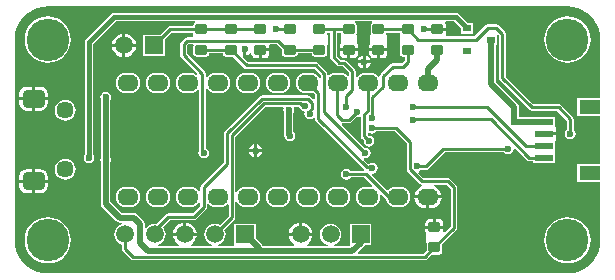
<source format=gtl>
G04 Layer_Physical_Order=1*
G04 Layer_Color=255*
%FSLAX44Y44*%
%MOMM*%
G71*
G01*
G75*
G04:AMPARAMS|DCode=10|XSize=1mm|YSize=0.9mm|CornerRadius=0.1125mm|HoleSize=0mm|Usage=FLASHONLY|Rotation=180.000|XOffset=0mm|YOffset=0mm|HoleType=Round|Shape=RoundedRectangle|*
%AMROUNDEDRECTD10*
21,1,1.0000,0.6750,0,0,180.0*
21,1,0.7750,0.9000,0,0,180.0*
1,1,0.2250,-0.3875,0.3375*
1,1,0.2250,0.3875,0.3375*
1,1,0.2250,0.3875,-0.3375*
1,1,0.2250,-0.3875,-0.3375*
%
%ADD10ROUNDEDRECTD10*%
%ADD11R,0.7112X0.6096*%
%ADD12R,1.5500X0.6000*%
%ADD13R,1.8000X1.2000*%
%ADD14C,0.4000*%
%ADD15C,0.2500*%
%ADD16C,0.5000*%
%ADD17R,1.5000X1.5000*%
%ADD18C,1.5000*%
%ADD19O,1.8000X1.4000*%
G04:AMPARAMS|DCode=20|XSize=1.5mm|YSize=1.9mm|CornerRadius=0.375mm|HoleSize=0mm|Usage=FLASHONLY|Rotation=90.000|XOffset=0mm|YOffset=0mm|HoleType=Round|Shape=RoundedRectangle|*
%AMROUNDEDRECTD20*
21,1,1.5000,1.1500,0,0,90.0*
21,1,0.7500,1.9000,0,0,90.0*
1,1,0.7500,0.5750,0.3750*
1,1,0.7500,0.5750,-0.3750*
1,1,0.7500,-0.5750,-0.3750*
1,1,0.7500,-0.5750,0.3750*
%
%ADD20ROUNDEDRECTD20*%
%ADD21C,1.4500*%
%ADD22C,3.6000*%
%ADD23C,0.6000*%
G36*
X470000Y227959D02*
X474374Y227615D01*
X478640Y226591D01*
X482693Y224912D01*
X486434Y222619D01*
X489770Y219770D01*
X492619Y216434D01*
X494911Y212693D01*
X496590Y208640D01*
X497615Y204374D01*
X497959Y200000D01*
X497960D01*
X497961Y199998D01*
Y150500D01*
X478500D01*
Y135500D01*
X497961D01*
Y94500D01*
X478500D01*
Y79500D01*
X497961D01*
Y30002D01*
X497960Y30000D01*
X497959D01*
X497615Y25626D01*
X496590Y21360D01*
X494911Y17307D01*
X492619Y13566D01*
X489770Y10230D01*
X486434Y7381D01*
X482693Y5088D01*
X478640Y3410D01*
X474374Y2385D01*
X470000Y2041D01*
Y2040D01*
X469999Y2039D01*
X30001D01*
X30000Y2039D01*
Y2041D01*
X25626Y2385D01*
X21360Y3410D01*
X17307Y5088D01*
X13566Y7381D01*
X10230Y10230D01*
X7381Y13566D01*
X5088Y17307D01*
X3410Y21360D01*
X2385Y25626D01*
X2041Y30000D01*
X2039D01*
X2039Y30001D01*
Y199999D01*
X2040Y200000D01*
X2041D01*
X2385Y204374D01*
X3410Y208640D01*
X5088Y212693D01*
X7381Y216434D01*
X10230Y219770D01*
X13566Y222619D01*
X17307Y224912D01*
X21360Y226591D01*
X25626Y227615D01*
X30000Y227959D01*
Y227961D01*
X470000D01*
Y227959D01*
D02*
G37*
%LPC*%
G36*
X375500Y222569D02*
X86000D01*
X84634Y222297D01*
X83477Y221523D01*
X62477Y200523D01*
X61703Y199366D01*
X61431Y198000D01*
Y102759D01*
X60761Y101756D01*
X60412Y100000D01*
X60761Y98244D01*
X61756Y96756D01*
X63244Y95761D01*
X65000Y95412D01*
X66756Y95761D01*
X68244Y96756D01*
X69239Y98244D01*
X69588Y100000D01*
X69239Y101756D01*
X68569Y102759D01*
Y196522D01*
X87478Y215431D01*
X154536D01*
X154822Y214161D01*
X154233Y213767D01*
X153653Y212899D01*
X153449Y211875D01*
Y211304D01*
X133500D01*
X132427Y211090D01*
X131517Y210483D01*
X125035Y204000D01*
X111000D01*
Y186000D01*
X129000D01*
Y200035D01*
X134661Y205696D01*
X153235D01*
X153426Y204426D01*
X153000Y204000D01*
Y201804D01*
X148000D01*
X146927Y201590D01*
X146017Y200983D01*
X143017Y197983D01*
X142410Y197073D01*
X142196Y196000D01*
Y187000D01*
X142410Y185927D01*
X143017Y185017D01*
X157411Y170624D01*
X157385Y170512D01*
X155962Y170003D01*
X155087Y170675D01*
X153019Y171531D01*
X150800Y171823D01*
X146800D01*
X144581Y171531D01*
X142513Y170675D01*
X140738Y169312D01*
X139375Y167537D01*
X138519Y165469D01*
X138227Y163250D01*
X138519Y161031D01*
X139375Y158963D01*
X140738Y157188D01*
X142513Y155825D01*
X144581Y154969D01*
X146800Y154677D01*
X150800D01*
X153019Y154969D01*
X155087Y155825D01*
X156862Y157188D01*
X156994Y157359D01*
X158196Y156951D01*
Y106407D01*
X157761Y105756D01*
X157412Y104000D01*
X157761Y102244D01*
X158756Y100756D01*
X160244Y99761D01*
X162000Y99412D01*
X163756Y99761D01*
X165244Y100756D01*
X166239Y102244D01*
X166588Y104000D01*
X166239Y105756D01*
X165244Y107244D01*
X163804Y108207D01*
Y158143D01*
X165074Y158574D01*
X166138Y157188D01*
X167913Y155825D01*
X169981Y154969D01*
X172200Y154677D01*
X176200D01*
X178419Y154969D01*
X180487Y155825D01*
X182262Y157188D01*
X183625Y158963D01*
X184481Y161031D01*
X184773Y163250D01*
X184481Y165469D01*
X183625Y167537D01*
X182262Y169312D01*
X180487Y170675D01*
X178419Y171531D01*
X176200Y171823D01*
X172200D01*
X169981Y171531D01*
X167913Y170675D01*
X166138Y169312D01*
X165074Y167926D01*
X163804Y168357D01*
Y171000D01*
X163590Y172073D01*
X162983Y172983D01*
X147804Y188161D01*
Y194839D01*
X149161Y196196D01*
X152656D01*
X153500Y195133D01*
X153449Y194875D01*
Y188125D01*
X153653Y187101D01*
X154233Y186233D01*
X155101Y185653D01*
X156125Y185449D01*
X163875D01*
X164900Y185653D01*
X165768Y186233D01*
X166348Y187101D01*
X166552Y188125D01*
Y188696D01*
X178448D01*
Y188125D01*
X178652Y187101D01*
X179232Y186233D01*
X180101Y185653D01*
X181125Y185449D01*
X187086D01*
X196517Y176017D01*
X197427Y175410D01*
X198500Y175196D01*
X255839D01*
X261196Y169839D01*
Y167544D01*
X259926Y167292D01*
X259825Y167537D01*
X258462Y169312D01*
X256687Y170675D01*
X254619Y171531D01*
X252400Y171823D01*
X248400D01*
X246181Y171531D01*
X244113Y170675D01*
X242338Y169312D01*
X240975Y167537D01*
X240119Y165469D01*
X239827Y163250D01*
X240119Y161031D01*
X240975Y158963D01*
X242338Y157188D01*
X244113Y155825D01*
X246181Y154969D01*
X248400Y154677D01*
X252400D01*
X254619Y154969D01*
X254688Y154997D01*
X256196Y153489D01*
Y149697D01*
X254926Y149171D01*
X252114Y151983D01*
X251205Y152590D01*
X250132Y152804D01*
X211343D01*
X210270Y152590D01*
X209361Y151983D01*
X180017Y122640D01*
X179410Y121730D01*
X179196Y120657D01*
Y96161D01*
X160017Y76983D01*
X159410Y76073D01*
X159196Y75000D01*
Y71857D01*
X157926Y71426D01*
X156862Y72812D01*
X155087Y74175D01*
X153019Y75031D01*
X150800Y75323D01*
X146800D01*
X144581Y75031D01*
X142513Y74175D01*
X140738Y72812D01*
X139375Y71037D01*
X138519Y68969D01*
X138227Y66750D01*
X138519Y64531D01*
X139375Y62463D01*
X140738Y60688D01*
X142513Y59325D01*
X144581Y58469D01*
X146800Y58177D01*
X150800D01*
X153019Y58469D01*
X155087Y59325D01*
X156862Y60688D01*
X157926Y62074D01*
X159196Y61643D01*
Y59161D01*
X152839Y52804D01*
X132000D01*
X130927Y52590D01*
X130017Y51983D01*
X121960Y43925D01*
X120800Y44078D01*
X118450Y43768D01*
X116261Y42861D01*
X114381Y41419D01*
X113348Y40073D01*
X112078Y40504D01*
Y44000D01*
X111768Y45561D01*
X110884Y46884D01*
X110884Y46884D01*
X105884Y51884D01*
X104561Y52768D01*
X103000Y53078D01*
X103000Y53078D01*
X92689D01*
X83078Y62689D01*
Y96004D01*
X83239Y96244D01*
X83588Y98000D01*
X83239Y99756D01*
X83078Y99996D01*
Y149004D01*
X83239Y149244D01*
X83588Y151000D01*
X83239Y152756D01*
X82244Y154244D01*
X80756Y155239D01*
X79000Y155588D01*
X77244Y155239D01*
X75756Y154244D01*
X74761Y152756D01*
X74412Y151000D01*
X74761Y149244D01*
X74922Y149004D01*
Y99996D01*
X74761Y99756D01*
X74412Y98000D01*
X74761Y96244D01*
X74922Y96004D01*
Y61000D01*
X74922Y61000D01*
X75232Y59439D01*
X76116Y58116D01*
X88116Y46116D01*
X88116Y46116D01*
X89439Y45232D01*
X91000Y44922D01*
X92516D01*
X92769Y43652D01*
X90861Y42861D01*
X88981Y41419D01*
X87539Y39539D01*
X86632Y37350D01*
X86322Y35000D01*
X86632Y32650D01*
X87539Y30461D01*
X88981Y28581D01*
X90861Y27139D01*
X92596Y26420D01*
Y22626D01*
X92810Y21553D01*
X93417Y20643D01*
X100293Y13767D01*
X101203Y13160D01*
X102276Y12946D01*
X349250D01*
X350323Y13160D01*
X351232Y13767D01*
X355414Y17949D01*
X361375D01*
X362399Y18153D01*
X363268Y18733D01*
X363848Y19601D01*
X364052Y20625D01*
Y26586D01*
X375983Y38517D01*
X376590Y39427D01*
X376804Y40500D01*
Y75000D01*
X376590Y76073D01*
X375983Y76983D01*
X370983Y81983D01*
X370073Y82590D01*
X369000Y82804D01*
X348030D01*
X343804Y87029D01*
X344132Y88111D01*
X344323Y88306D01*
X345744Y89256D01*
X346039Y89696D01*
X350000D01*
X351073Y89910D01*
X351983Y90517D01*
X366161Y104696D01*
X416461D01*
X416756Y104256D01*
X418244Y103261D01*
X420000Y102912D01*
X421756Y103261D01*
X423244Y104256D01*
X424239Y105744D01*
X424530Y107208D01*
X425364Y107631D01*
X425826Y107709D01*
X435517Y98018D01*
X436427Y97410D01*
X437500Y97196D01*
X440750D01*
Y95500D01*
X459250D01*
Y104500D01*
X459250D01*
Y105500D01*
X459250D01*
Y114460D01*
X460290D01*
Y118730D01*
X450000D01*
Y121270D01*
X460290D01*
Y125540D01*
X459250D01*
Y134500D01*
X440750D01*
Y134078D01*
X429078D01*
Y142500D01*
X429078Y142500D01*
X428768Y144061D01*
X427884Y145384D01*
X427884Y145384D01*
X409238Y164029D01*
Y195452D01*
X410216D01*
Y203414D01*
X410216Y203710D01*
X411400Y204231D01*
X412196Y203600D01*
Y167500D01*
X412410Y166427D01*
X413017Y165517D01*
X438017Y140517D01*
X438927Y139909D01*
X440000Y139696D01*
X461339D01*
X469696Y131339D01*
Y123539D01*
X469256Y123244D01*
X468261Y121756D01*
X467912Y120000D01*
X468261Y118244D01*
X469256Y116756D01*
X470744Y115761D01*
X472500Y115412D01*
X474256Y115761D01*
X475744Y116756D01*
X476739Y118244D01*
X477088Y120000D01*
X476739Y121756D01*
X475744Y123244D01*
X475304Y123539D01*
Y132500D01*
X475090Y133573D01*
X474483Y134483D01*
X464483Y144483D01*
X463573Y145090D01*
X462500Y145304D01*
X441161D01*
X417804Y168661D01*
Y205000D01*
X417590Y206073D01*
X416983Y206983D01*
X411983Y211983D01*
X411073Y212590D01*
X410000Y212804D01*
X402500D01*
X401427Y212590D01*
X400517Y211983D01*
X391339Y202804D01*
X368260D01*
X367997Y203055D01*
X367403Y204074D01*
X367612Y205125D01*
Y207230D01*
X360000D01*
Y209770D01*
X367612D01*
Y211875D01*
X367327Y213305D01*
X366755Y214161D01*
X367214Y215313D01*
X367318Y215431D01*
X374022D01*
X379944Y209509D01*
Y204952D01*
X390056D01*
Y214048D01*
X385499D01*
X378023Y221523D01*
X376866Y222297D01*
X375500Y222569D01*
D02*
G37*
G36*
X95870Y204959D02*
Y196270D01*
X104559D01*
X104382Y197621D01*
X103370Y200063D01*
X101761Y202161D01*
X99663Y203770D01*
X97221Y204782D01*
X95870Y204959D01*
D02*
G37*
G36*
X93330Y204959D02*
X91979Y204782D01*
X89537Y203770D01*
X87439Y202161D01*
X85830Y200063D01*
X84818Y197621D01*
X84641Y196270D01*
X93330D01*
Y204959D01*
D02*
G37*
G36*
X104559Y193730D02*
X95870D01*
Y185041D01*
X97221Y185218D01*
X99663Y186230D01*
X101761Y187839D01*
X103370Y189937D01*
X104382Y192379D01*
X104559Y193730D01*
D02*
G37*
G36*
X93330D02*
X84641D01*
X84818Y192379D01*
X85830Y189937D01*
X87439Y187839D01*
X89537Y186230D01*
X91979Y185218D01*
X93330Y185040D01*
Y193730D01*
D02*
G37*
G36*
X470000Y219595D02*
X466177Y219218D01*
X462501Y218103D01*
X459114Y216292D01*
X456145Y213856D01*
X453708Y210886D01*
X451897Y207499D01*
X450782Y203823D01*
X450406Y200000D01*
X450782Y196178D01*
X451897Y192502D01*
X453708Y189114D01*
X456145Y186145D01*
X459114Y183708D01*
X462501Y181898D01*
X466177Y180782D01*
X470000Y180406D01*
X473823Y180782D01*
X477498Y181898D01*
X480886Y183708D01*
X483855Y186145D01*
X486292Y189114D01*
X488103Y192502D01*
X489218Y196178D01*
X489594Y200000D01*
X489218Y203823D01*
X488103Y207499D01*
X486292Y210886D01*
X483855Y213856D01*
X480886Y216292D01*
X477498Y218103D01*
X473823Y219218D01*
X470000Y219595D01*
D02*
G37*
G36*
X30000D02*
X26177Y219218D01*
X22502Y218103D01*
X19114Y216292D01*
X16145Y213856D01*
X13708Y210886D01*
X11897Y207499D01*
X10782Y203823D01*
X10406Y200000D01*
X10782Y196178D01*
X11897Y192502D01*
X13708Y189114D01*
X16145Y186145D01*
X19114Y183708D01*
X22502Y181898D01*
X26177Y180782D01*
X30000Y180406D01*
X33823Y180782D01*
X37499Y181898D01*
X40886Y183708D01*
X43855Y186145D01*
X46292Y189114D01*
X48103Y192502D01*
X49218Y196178D01*
X49594Y200000D01*
X49218Y203823D01*
X48103Y207499D01*
X46292Y210886D01*
X43855Y213856D01*
X40886Y216292D01*
X37499Y218103D01*
X33823Y219218D01*
X30000Y219595D01*
D02*
G37*
G36*
X227000Y171823D02*
X223000D01*
X220781Y171531D01*
X218713Y170675D01*
X216938Y169312D01*
X215575Y167537D01*
X214719Y165469D01*
X214427Y163250D01*
X214719Y161031D01*
X215575Y158963D01*
X216938Y157188D01*
X218713Y155825D01*
X220781Y154969D01*
X223000Y154677D01*
X227000D01*
X229219Y154969D01*
X231287Y155825D01*
X233062Y157188D01*
X234425Y158963D01*
X235281Y161031D01*
X235573Y163250D01*
X235281Y165469D01*
X234425Y167537D01*
X233062Y169312D01*
X231287Y170675D01*
X229219Y171531D01*
X227000Y171823D01*
D02*
G37*
G36*
X201600D02*
X197600D01*
X195381Y171531D01*
X193313Y170675D01*
X191538Y169312D01*
X190175Y167537D01*
X189319Y165469D01*
X189027Y163250D01*
X189319Y161031D01*
X190175Y158963D01*
X191538Y157188D01*
X193313Y155825D01*
X195381Y154969D01*
X197600Y154677D01*
X201600D01*
X203819Y154969D01*
X205887Y155825D01*
X207662Y157188D01*
X209025Y158963D01*
X209881Y161031D01*
X210173Y163250D01*
X209881Y165469D01*
X209025Y167537D01*
X207662Y169312D01*
X205887Y170675D01*
X203819Y171531D01*
X201600Y171823D01*
D02*
G37*
G36*
X125400D02*
X121400D01*
X119181Y171531D01*
X117113Y170675D01*
X115338Y169312D01*
X113975Y167537D01*
X113119Y165469D01*
X112827Y163250D01*
X113119Y161031D01*
X113975Y158963D01*
X115338Y157188D01*
X117113Y155825D01*
X119181Y154969D01*
X121400Y154677D01*
X125400D01*
X127619Y154969D01*
X129687Y155825D01*
X131462Y157188D01*
X132825Y158963D01*
X133681Y161031D01*
X133973Y163250D01*
X133681Y165469D01*
X132825Y167537D01*
X131462Y169312D01*
X129687Y170675D01*
X127619Y171531D01*
X125400Y171823D01*
D02*
G37*
G36*
X100000D02*
X96000D01*
X93781Y171531D01*
X91713Y170675D01*
X89938Y169312D01*
X88575Y167537D01*
X87719Y165469D01*
X87427Y163250D01*
X87719Y161031D01*
X88575Y158963D01*
X89938Y157188D01*
X91713Y155825D01*
X93781Y154969D01*
X96000Y154677D01*
X100000D01*
X102219Y154969D01*
X104287Y155825D01*
X106062Y157188D01*
X107425Y158963D01*
X108281Y161031D01*
X108573Y163250D01*
X108281Y165469D01*
X107425Y167537D01*
X106062Y169312D01*
X104287Y170675D01*
X102219Y171531D01*
X100000Y171823D01*
D02*
G37*
G36*
X23750Y160163D02*
X19270D01*
Y151270D01*
X30164D01*
Y153750D01*
X29675Y156204D01*
X28285Y158285D01*
X26205Y159675D01*
X23750Y160163D01*
D02*
G37*
G36*
X16730D02*
X12250D01*
X9796Y159675D01*
X7715Y158285D01*
X6325Y156204D01*
X5837Y153750D01*
Y151270D01*
X16730D01*
Y160163D01*
D02*
G37*
G36*
X30164Y148730D02*
X19270D01*
Y139837D01*
X23750D01*
X26205Y140325D01*
X28285Y141715D01*
X29675Y143796D01*
X30164Y146250D01*
Y148730D01*
D02*
G37*
G36*
X16730D02*
X5837D01*
Y146250D01*
X6325Y143796D01*
X7715Y141715D01*
X9796Y140325D01*
X12250Y139837D01*
X16730D01*
Y148730D01*
D02*
G37*
G36*
X45000Y148826D02*
X42716Y148525D01*
X40587Y147643D01*
X38759Y146241D01*
X37357Y144413D01*
X36475Y142284D01*
X36174Y140000D01*
X36475Y137716D01*
X37357Y135587D01*
X38759Y133759D01*
X40587Y132357D01*
X42716Y131475D01*
X45000Y131175D01*
X47284Y131475D01*
X49413Y132357D01*
X51241Y133759D01*
X52643Y135587D01*
X53525Y137716D01*
X53825Y140000D01*
X53525Y142284D01*
X52643Y144413D01*
X51241Y146241D01*
X49413Y147643D01*
X47284Y148525D01*
X45000Y148826D01*
D02*
G37*
G36*
X23750Y90163D02*
X19270D01*
Y81270D01*
X30164D01*
Y83750D01*
X29675Y86204D01*
X28285Y88285D01*
X26205Y89675D01*
X23750Y90163D01*
D02*
G37*
G36*
X16730D02*
X12250D01*
X9796Y89675D01*
X7715Y88285D01*
X6325Y86204D01*
X5837Y83750D01*
Y81270D01*
X16730D01*
Y90163D01*
D02*
G37*
G36*
X45000Y98826D02*
X42716Y98525D01*
X40587Y97643D01*
X38759Y96241D01*
X37357Y94413D01*
X36475Y92284D01*
X36174Y90000D01*
X36475Y87716D01*
X37357Y85588D01*
X38759Y83760D01*
X40587Y82357D01*
X42716Y81475D01*
X45000Y81175D01*
X47284Y81475D01*
X49413Y82357D01*
X51241Y83760D01*
X52643Y85588D01*
X53525Y87716D01*
X53825Y90000D01*
X53525Y92284D01*
X52643Y94413D01*
X51241Y96241D01*
X49413Y97643D01*
X47284Y98525D01*
X45000Y98826D01*
D02*
G37*
G36*
X30164Y78730D02*
X19270D01*
Y69837D01*
X23750D01*
X26205Y70325D01*
X28285Y71715D01*
X29675Y73795D01*
X30164Y76250D01*
Y78730D01*
D02*
G37*
G36*
X16730D02*
X5837D01*
Y76250D01*
X6325Y73795D01*
X7715Y71715D01*
X9796Y70325D01*
X12250Y69837D01*
X16730D01*
Y78730D01*
D02*
G37*
G36*
X125400Y75323D02*
X121400D01*
X119181Y75031D01*
X117113Y74175D01*
X115338Y72812D01*
X113975Y71037D01*
X113119Y68969D01*
X112827Y66750D01*
X113119Y64531D01*
X113975Y62463D01*
X115338Y60688D01*
X117113Y59325D01*
X119181Y58469D01*
X121400Y58177D01*
X125400D01*
X127619Y58469D01*
X129687Y59325D01*
X131462Y60688D01*
X132825Y62463D01*
X133681Y64531D01*
X133973Y66750D01*
X133681Y68969D01*
X132825Y71037D01*
X131462Y72812D01*
X129687Y74175D01*
X127619Y75031D01*
X125400Y75323D01*
D02*
G37*
G36*
X100000D02*
X96000D01*
X93781Y75031D01*
X91713Y74175D01*
X89938Y72812D01*
X88575Y71037D01*
X87719Y68969D01*
X87427Y66750D01*
X87719Y64531D01*
X88575Y62463D01*
X89938Y60688D01*
X91713Y59325D01*
X93781Y58469D01*
X96000Y58177D01*
X100000D01*
X102219Y58469D01*
X104287Y59325D01*
X106062Y60688D01*
X107425Y62463D01*
X108281Y64531D01*
X108573Y66750D01*
X108281Y68969D01*
X107425Y71037D01*
X106062Y72812D01*
X104287Y74175D01*
X102219Y75031D01*
X100000Y75323D01*
D02*
G37*
G36*
X470000Y49594D02*
X466177Y49218D01*
X462501Y48103D01*
X459114Y46292D01*
X456145Y43855D01*
X453708Y40886D01*
X451897Y37499D01*
X450782Y33823D01*
X450406Y30000D01*
X450782Y26177D01*
X451897Y22502D01*
X453708Y19114D01*
X456145Y16145D01*
X459114Y13708D01*
X462501Y11897D01*
X466177Y10782D01*
X470000Y10406D01*
X473823Y10782D01*
X477498Y11897D01*
X480886Y13708D01*
X483855Y16145D01*
X486292Y19114D01*
X488103Y22502D01*
X489218Y26177D01*
X489594Y30000D01*
X489218Y33823D01*
X488103Y37499D01*
X486292Y40886D01*
X483855Y43855D01*
X480886Y46292D01*
X477498Y48103D01*
X473823Y49218D01*
X470000Y49594D01*
D02*
G37*
G36*
X30000D02*
X26177Y49218D01*
X22502Y48103D01*
X19114Y46292D01*
X16145Y43855D01*
X13708Y40886D01*
X11897Y37499D01*
X10782Y33823D01*
X10406Y30000D01*
X10782Y26177D01*
X11897Y22502D01*
X13708Y19114D01*
X16145Y16145D01*
X19114Y13708D01*
X22502Y11897D01*
X26177Y10782D01*
X30000Y10406D01*
X33823Y10782D01*
X37499Y11897D01*
X40886Y13708D01*
X43855Y16145D01*
X46292Y19114D01*
X48103Y22502D01*
X49218Y26177D01*
X49594Y30000D01*
X49218Y33823D01*
X48103Y37499D01*
X46292Y40886D01*
X43855Y43855D01*
X40886Y46292D01*
X37499Y48103D01*
X33823Y49218D01*
X30000Y49594D01*
D02*
G37*
%LPD*%
G36*
X304822Y214161D02*
X304232Y213767D01*
X303652Y212899D01*
X303449Y211875D01*
Y205125D01*
X303561Y204561D01*
X303000Y204000D01*
Y196795D01*
X302673Y196305D01*
X302388Y194875D01*
Y192770D01*
X317612D01*
Y194875D01*
X317327Y196305D01*
X317000Y196795D01*
Y204000D01*
X316574Y204426D01*
X316765Y205696D01*
X328235D01*
X328426Y204426D01*
X328000Y204000D01*
Y196000D01*
X328561Y195439D01*
X328448Y194875D01*
Y188125D01*
X328652Y187101D01*
X329232Y186233D01*
X330101Y185653D01*
X331125Y185449D01*
X332196D01*
Y182161D01*
X329839Y179804D01*
X322000D01*
X320927Y179590D01*
X320017Y178983D01*
X312017Y170983D01*
X311410Y170073D01*
X311196Y169000D01*
Y168878D01*
X309926Y168447D01*
X309262Y169312D01*
X307487Y170675D01*
X305419Y171531D01*
X303200Y171823D01*
X299200D01*
X296981Y171531D01*
X294913Y170675D01*
X293138Y169312D01*
X292074Y167926D01*
X290804Y168357D01*
Y173000D01*
X290590Y174073D01*
X289983Y174983D01*
X282983Y181983D01*
X282073Y182590D01*
X281000Y182804D01*
X278161D01*
X274804Y186161D01*
Y205696D01*
X278235D01*
X278426Y204426D01*
X278000Y204000D01*
Y196795D01*
X277673Y196305D01*
X277388Y194875D01*
Y192770D01*
X292612D01*
Y194875D01*
X292327Y196305D01*
X292000Y196795D01*
Y204000D01*
X291439Y204561D01*
X291552Y205125D01*
Y211875D01*
X291348Y212899D01*
X290768Y213767D01*
X290178Y214161D01*
X290465Y215431D01*
X304535D01*
X304822Y214161D01*
D02*
G37*
G36*
X269196Y185000D02*
X269410Y183927D01*
X270017Y183017D01*
X275017Y178017D01*
X275927Y177410D01*
X277000Y177196D01*
X279839D01*
X285196Y171839D01*
Y169549D01*
X283993Y169141D01*
X283862Y169312D01*
X282087Y170675D01*
X280019Y171531D01*
X277800Y171823D01*
X273800D01*
X271581Y171531D01*
X269513Y170675D01*
X268074Y169570D01*
X266804Y170042D01*
Y171000D01*
X266590Y172073D01*
X265983Y172983D01*
X258983Y179983D01*
X258073Y180590D01*
X257000Y180804D01*
X199661D01*
X195014Y185452D01*
X195639Y186622D01*
X195730Y186604D01*
Y192000D01*
X198270D01*
Y186604D01*
X199162Y186781D01*
X200994Y188006D01*
X201118Y188192D01*
X201769Y188158D01*
X202437Y187880D01*
X202673Y186695D01*
X203483Y185483D01*
X204695Y184673D01*
X206125Y184388D01*
X208730D01*
Y191500D01*
X210000D01*
Y192770D01*
X217612D01*
Y194875D01*
X217544Y195214D01*
X218350Y196196D01*
X223839D01*
X228449Y191586D01*
Y188125D01*
X228652Y187101D01*
X229233Y186233D01*
X230101Y185653D01*
X231125Y185449D01*
X238875D01*
X239899Y185653D01*
X240767Y186233D01*
X241348Y187101D01*
X241551Y188125D01*
Y188696D01*
X253449D01*
Y188125D01*
X253652Y187101D01*
X254233Y186233D01*
X255101Y185653D01*
X256125Y185449D01*
X263875D01*
X264899Y185653D01*
X265768Y186233D01*
X266348Y187101D01*
X266551Y188125D01*
Y194875D01*
X266439Y195439D01*
X267000Y196000D01*
Y204000D01*
X266574Y204426D01*
X266764Y205696D01*
X269196D01*
Y185000D01*
D02*
G37*
G36*
X243754Y142281D02*
X243761Y142244D01*
X244756Y140756D01*
X246244Y139761D01*
X247318Y139548D01*
X247564Y138953D01*
X247215Y137197D01*
X247564Y135441D01*
X248559Y133952D01*
X250047Y132958D01*
X251803Y132609D01*
X253559Y132958D01*
X254926Y133871D01*
X255495Y133732D01*
X256196Y133385D01*
Y133000D01*
X256410Y131927D01*
X257017Y131017D01*
X297961Y90074D01*
X297548Y88864D01*
X297500Y88804D01*
X286539D01*
X286244Y89244D01*
X284756Y90239D01*
X283000Y90588D01*
X281244Y90239D01*
X279756Y89244D01*
X278761Y87756D01*
X278412Y86000D01*
X278761Y84244D01*
X279756Y82756D01*
X281244Y81761D01*
X283000Y81412D01*
X284756Y81761D01*
X286244Y82756D01*
X286539Y83196D01*
X298182D01*
X305012Y76366D01*
X304419Y75163D01*
X303200Y75323D01*
X299200D01*
X296981Y75031D01*
X294913Y74175D01*
X293138Y72812D01*
X291775Y71037D01*
X290919Y68969D01*
X290627Y66750D01*
X290919Y64531D01*
X291775Y62463D01*
X293138Y60688D01*
X294913Y59325D01*
X296981Y58469D01*
X299200Y58177D01*
X303200D01*
X305419Y58469D01*
X307487Y59325D01*
X309262Y60688D01*
X310625Y62463D01*
X311481Y64531D01*
X311773Y66750D01*
X311613Y67969D01*
X312816Y68562D01*
X316239Y65139D01*
X316319Y64531D01*
X317175Y62463D01*
X318538Y60688D01*
X320313Y59325D01*
X322381Y58469D01*
X324600Y58177D01*
X328600D01*
X330819Y58469D01*
X332887Y59325D01*
X334662Y60688D01*
X336025Y62463D01*
X336881Y64531D01*
X337173Y66750D01*
X336881Y68969D01*
X336025Y71037D01*
X334662Y72812D01*
X332887Y74175D01*
X330819Y75031D01*
X328600Y75323D01*
X324600D01*
X322381Y75031D01*
X320313Y74175D01*
X318538Y72812D01*
X318238Y72421D01*
X316970Y72338D01*
X303991Y85318D01*
X304616Y86488D01*
X305000Y86412D01*
X306756Y86761D01*
X308244Y87756D01*
X309239Y89244D01*
X309588Y91000D01*
X309239Y92756D01*
X308244Y94244D01*
X306756Y95239D01*
X305000Y95588D01*
X303244Y95239D01*
X302219Y94554D01*
X301411D01*
X297562Y98403D01*
X298188Y99573D01*
X299000Y99412D01*
X300756Y99761D01*
X302244Y100756D01*
X303239Y102244D01*
X303588Y104000D01*
X303239Y105756D01*
X302244Y107244D01*
X300756Y108239D01*
X299000Y108588D01*
X298480Y108485D01*
X279039Y127926D01*
X279565Y129196D01*
X285000D01*
X286073Y129410D01*
X286983Y130017D01*
X291480Y134515D01*
X292000Y134412D01*
X293756Y134761D01*
X294076Y134975D01*
X295196Y134376D01*
Y118000D01*
X295410Y116927D01*
X296017Y116017D01*
X297515Y114520D01*
X297412Y114000D01*
X297761Y112244D01*
X298756Y110756D01*
X300244Y109761D01*
X302000Y109412D01*
X303756Y109761D01*
X305244Y110756D01*
X306239Y112244D01*
X306588Y114000D01*
X306239Y115756D01*
X305244Y117244D01*
X303756Y118239D01*
X302000Y118588D01*
X301822Y118553D01*
X300899Y119361D01*
X300978Y120624D01*
X302074Y121209D01*
X302745Y120761D01*
X304501Y120412D01*
X306256Y120761D01*
X307745Y121756D01*
X308039Y122196D01*
X323839D01*
X333946Y112089D01*
Y90118D01*
X334160Y89045D01*
X334767Y88136D01*
X344886Y78017D01*
X345795Y77410D01*
X346868Y77196D01*
X346971D01*
X347224Y75926D01*
X345189Y75083D01*
X343196Y73554D01*
X341667Y71561D01*
X340705Y69240D01*
X340545Y68020D01*
X352000D01*
X363455D01*
X363294Y69240D01*
X362333Y71561D01*
X360804Y73554D01*
X358811Y75083D01*
X356776Y75926D01*
X357029Y77196D01*
X367839D01*
X371196Y73839D01*
Y41662D01*
X366220Y36685D01*
X365049Y37311D01*
X365112Y37625D01*
Y39730D01*
X357500D01*
X349888D01*
Y37625D01*
X350173Y36195D01*
X350500Y35705D01*
Y28500D01*
X351061Y27939D01*
X350949Y27375D01*
Y21414D01*
X348088Y18554D01*
X292981D01*
X292495Y19727D01*
X297884Y25116D01*
X297884Y25116D01*
X298475Y26000D01*
X304000D01*
Y44000D01*
X286000D01*
Y26000D01*
X285159Y25078D01*
X272484D01*
X272231Y26348D01*
X274139Y27139D01*
X276019Y28581D01*
X277461Y30461D01*
X278368Y32651D01*
X278678Y35000D01*
X278368Y37350D01*
X277461Y39539D01*
X276019Y41419D01*
X274139Y42861D01*
X271950Y43768D01*
X269600Y44078D01*
X267251Y43768D01*
X265061Y42861D01*
X263181Y41419D01*
X261739Y39539D01*
X260832Y37350D01*
X260522Y35000D01*
X260832Y32651D01*
X261739Y30461D01*
X263181Y28581D01*
X265061Y27139D01*
X266969Y26348D01*
X266716Y25078D01*
X249771D01*
X249452Y25802D01*
X249417Y26348D01*
X251361Y27840D01*
X252970Y29937D01*
X253982Y32379D01*
X254160Y33730D01*
X244200D01*
X234241D01*
X234419Y32379D01*
X235430Y29937D01*
X237040Y27840D01*
X238983Y26348D01*
X238948Y25802D01*
X238629Y25078D01*
X212256D01*
X211384Y26384D01*
X206000Y31768D01*
Y44000D01*
X188000D01*
Y26000D01*
X187159Y25078D01*
X174484D01*
X174231Y26348D01*
X176139Y27139D01*
X178019Y28581D01*
X179461Y30461D01*
X180368Y32650D01*
X180678Y35000D01*
X180368Y37350D01*
X179650Y39084D01*
X187983Y47417D01*
X188591Y48327D01*
X188804Y49400D01*
Y62455D01*
X190074Y62708D01*
X190175Y62463D01*
X191538Y60688D01*
X193313Y59325D01*
X195381Y58469D01*
X197600Y58177D01*
X201600D01*
X203819Y58469D01*
X205887Y59325D01*
X207662Y60688D01*
X209025Y62463D01*
X209881Y64531D01*
X210173Y66750D01*
X209881Y68969D01*
X209025Y71037D01*
X207662Y72812D01*
X205887Y74175D01*
X203819Y75031D01*
X201600Y75323D01*
X197600D01*
X195381Y75031D01*
X193313Y74175D01*
X191538Y72812D01*
X190175Y71037D01*
X190074Y70792D01*
X188804Y71045D01*
Y117839D01*
X214161Y143196D01*
X229376D01*
X229975Y142076D01*
X229761Y141756D01*
X229412Y140000D01*
X229761Y138244D01*
X229922Y138004D01*
Y119500D01*
X229922Y119500D01*
X230232Y117940D01*
X230647Y117319D01*
X230761Y116744D01*
X231756Y115256D01*
X233244Y114261D01*
X235000Y113912D01*
X236756Y114261D01*
X238244Y115256D01*
X239239Y116744D01*
X239588Y118500D01*
X239239Y120256D01*
X238244Y121744D01*
X238078Y121855D01*
Y138004D01*
X238239Y138244D01*
X238588Y140000D01*
X238239Y141756D01*
X238025Y142076D01*
X238624Y143196D01*
X242839D01*
X243754Y142281D01*
D02*
G37*
G36*
X166138Y60688D02*
X167913Y59325D01*
X169981Y58469D01*
X172200Y58177D01*
X176200D01*
X178419Y58469D01*
X180487Y59325D01*
X181926Y60430D01*
X183196Y59959D01*
Y50561D01*
X175684Y43050D01*
X173950Y43768D01*
X171600Y44078D01*
X169251Y43768D01*
X167061Y42861D01*
X165181Y41419D01*
X163739Y39539D01*
X162832Y37350D01*
X162522Y35000D01*
X162832Y32650D01*
X163739Y30461D01*
X165181Y28581D01*
X167061Y27139D01*
X168969Y26348D01*
X168716Y25078D01*
X151771D01*
X151452Y25801D01*
X151418Y26348D01*
X153361Y27839D01*
X154970Y29937D01*
X155982Y32379D01*
X156159Y33730D01*
X146200D01*
X136241D01*
X136418Y32379D01*
X137430Y29937D01*
X139039Y27839D01*
X140983Y26348D01*
X140948Y25801D01*
X140629Y25078D01*
X123684D01*
X123431Y26348D01*
X125339Y27139D01*
X127219Y28581D01*
X128661Y30461D01*
X129568Y32650D01*
X129878Y35000D01*
X129568Y37350D01*
X128661Y39539D01*
X127291Y41325D01*
X133161Y47196D01*
X154000D01*
X155073Y47410D01*
X155983Y48017D01*
X163983Y56017D01*
X164590Y56927D01*
X164804Y58000D01*
Y60451D01*
X166007Y60859D01*
X166138Y60688D01*
D02*
G37*
%LPC*%
G36*
X317612Y190230D02*
X311270D01*
Y184388D01*
X313875D01*
X315305Y184673D01*
X316517Y185483D01*
X317327Y186695D01*
X317612Y188125D01*
Y190230D01*
D02*
G37*
G36*
X308730D02*
X302388D01*
Y188125D01*
X302673Y186695D01*
X303483Y185483D01*
X304695Y184673D01*
X306125Y184388D01*
X308730D01*
Y190230D01*
D02*
G37*
G36*
X292612Y190230D02*
X286270D01*
Y184388D01*
X288875D01*
X290305Y184673D01*
X291518Y185483D01*
X292327Y186695D01*
X292612Y188125D01*
Y190230D01*
D02*
G37*
G36*
X283730D02*
X277388D01*
Y188125D01*
X277673Y186695D01*
X278483Y185483D01*
X279695Y184673D01*
X281125Y184388D01*
X283730D01*
Y190230D01*
D02*
G37*
G36*
X299270Y186396D02*
Y182270D01*
X303396D01*
X303218Y183162D01*
X301994Y184994D01*
X300162Y186219D01*
X299270Y186396D01*
D02*
G37*
G36*
X296730D02*
X295838Y186219D01*
X294006Y184994D01*
X292781Y183162D01*
X292604Y182270D01*
X296730D01*
Y186396D01*
D02*
G37*
G36*
X303396Y179730D02*
X299270D01*
Y175604D01*
X300162Y175781D01*
X301994Y177006D01*
X303218Y178838D01*
X303396Y179730D01*
D02*
G37*
G36*
X296730D02*
X292604D01*
X292781Y178838D01*
X294006Y177006D01*
X295838Y175781D01*
X296730Y175604D01*
Y179730D01*
D02*
G37*
G36*
X217612Y190230D02*
X211270D01*
Y184388D01*
X213875D01*
X215305Y184673D01*
X216518Y185483D01*
X217327Y186695D01*
X217612Y188125D01*
Y190230D01*
D02*
G37*
G36*
X207270Y111396D02*
Y107270D01*
X211396D01*
X211219Y108162D01*
X209994Y109994D01*
X208162Y111219D01*
X207270Y111396D01*
D02*
G37*
G36*
X204730D02*
X203838Y111219D01*
X202006Y109994D01*
X200781Y108162D01*
X200604Y107270D01*
X204730D01*
Y111396D01*
D02*
G37*
G36*
X211396Y104730D02*
X207270D01*
Y100604D01*
X208162Y100781D01*
X209994Y102006D01*
X211219Y103838D01*
X211396Y104730D01*
D02*
G37*
G36*
X204730D02*
X200604D01*
X200781Y103838D01*
X202006Y102006D01*
X203838Y100781D01*
X204730Y100604D01*
Y104730D01*
D02*
G37*
G36*
X277800Y75323D02*
X273800D01*
X271581Y75031D01*
X269513Y74175D01*
X267738Y72812D01*
X266375Y71037D01*
X265519Y68969D01*
X265227Y66750D01*
X265519Y64531D01*
X266375Y62463D01*
X267738Y60688D01*
X269513Y59325D01*
X271581Y58469D01*
X273800Y58177D01*
X277800D01*
X280019Y58469D01*
X282087Y59325D01*
X283862Y60688D01*
X285225Y62463D01*
X286081Y64531D01*
X286373Y66750D01*
X286081Y68969D01*
X285225Y71037D01*
X283862Y72812D01*
X282087Y74175D01*
X280019Y75031D01*
X277800Y75323D01*
D02*
G37*
G36*
X252400D02*
X248400D01*
X246181Y75031D01*
X244113Y74175D01*
X242338Y72812D01*
X240975Y71037D01*
X240119Y68969D01*
X239827Y66750D01*
X240119Y64531D01*
X240975Y62463D01*
X242338Y60688D01*
X244113Y59325D01*
X246181Y58469D01*
X248400Y58177D01*
X252400D01*
X254619Y58469D01*
X256687Y59325D01*
X258462Y60688D01*
X259825Y62463D01*
X260681Y64531D01*
X260973Y66750D01*
X260681Y68969D01*
X259825Y71037D01*
X258462Y72812D01*
X256687Y74175D01*
X254619Y75031D01*
X252400Y75323D01*
D02*
G37*
G36*
X227000D02*
X223000D01*
X220781Y75031D01*
X218713Y74175D01*
X216938Y72812D01*
X215575Y71037D01*
X214719Y68969D01*
X214427Y66750D01*
X214719Y64531D01*
X215575Y62463D01*
X216938Y60688D01*
X218713Y59325D01*
X220781Y58469D01*
X223000Y58177D01*
X227000D01*
X229219Y58469D01*
X231287Y59325D01*
X233062Y60688D01*
X234425Y62463D01*
X235281Y64531D01*
X235573Y66750D01*
X235281Y68969D01*
X234425Y71037D01*
X233062Y72812D01*
X231287Y74175D01*
X229219Y75031D01*
X227000Y75323D01*
D02*
G37*
G36*
X363455Y65480D02*
X353270D01*
Y57128D01*
X354000D01*
X356490Y57456D01*
X358811Y58417D01*
X360804Y59946D01*
X362333Y61939D01*
X363294Y64260D01*
X363455Y65480D01*
D02*
G37*
G36*
X350730D02*
X340545D01*
X340705Y64260D01*
X341667Y61939D01*
X343196Y59946D01*
X345189Y58417D01*
X347509Y57456D01*
X350000Y57128D01*
X350730D01*
Y65480D01*
D02*
G37*
G36*
X361375Y48112D02*
X358770D01*
Y42270D01*
X365112D01*
Y44375D01*
X364827Y45805D01*
X364017Y47017D01*
X362805Y47827D01*
X361375Y48112D01*
D02*
G37*
G36*
X356230D02*
X353625D01*
X352195Y47827D01*
X350983Y47017D01*
X350173Y45805D01*
X349888Y44375D01*
Y42270D01*
X356230D01*
Y48112D01*
D02*
G37*
G36*
X245470Y44960D02*
Y36270D01*
X254160D01*
X253982Y37621D01*
X252970Y40063D01*
X251361Y42161D01*
X249263Y43770D01*
X246821Y44782D01*
X245470Y44960D01*
D02*
G37*
G36*
X242930Y44960D02*
X241579Y44782D01*
X239137Y43770D01*
X237040Y42161D01*
X235430Y40063D01*
X234419Y37621D01*
X234241Y36270D01*
X242930D01*
Y44960D01*
D02*
G37*
G36*
X147470Y44959D02*
Y36270D01*
X156159D01*
X155982Y37621D01*
X154970Y40063D01*
X153361Y42161D01*
X151263Y43770D01*
X148821Y44782D01*
X147470Y44959D01*
D02*
G37*
G36*
X144930Y44959D02*
X143579Y44782D01*
X141137Y43770D01*
X139039Y42161D01*
X137430Y40063D01*
X136418Y37621D01*
X136241Y36270D01*
X144930D01*
Y44959D01*
D02*
G37*
%LPD*%
D10*
X357500Y41000D02*
D03*
Y24000D02*
D03*
X235000Y208500D02*
D03*
Y191500D02*
D03*
X260000Y208500D02*
D03*
Y191500D02*
D03*
X285000D02*
D03*
Y208500D02*
D03*
X360000Y208500D02*
D03*
Y191500D02*
D03*
X185000Y191500D02*
D03*
Y208500D02*
D03*
X160000Y191500D02*
D03*
Y208500D02*
D03*
X210000Y191500D02*
D03*
Y208500D02*
D03*
X335000D02*
D03*
Y191500D02*
D03*
X310000D02*
D03*
Y208500D02*
D03*
D11*
X385000Y209500D02*
D03*
Y190348D02*
D03*
X405160Y200000D02*
D03*
D12*
X450000Y130000D02*
D03*
Y120000D02*
D03*
Y110000D02*
D03*
Y100000D02*
D03*
D13*
X489000Y143000D02*
D03*
Y87000D02*
D03*
D14*
X375500Y219000D02*
X385000Y209500D01*
X86000Y219000D02*
X375500D01*
X65000Y198000D02*
X86000Y219000D01*
X65000Y100000D02*
Y198000D01*
D15*
X298000Y136868D02*
X301000Y139868D01*
X298000Y118000D02*
Y136868D01*
Y118000D02*
X302000Y114000D01*
X305000Y133631D02*
Y151000D01*
X314000Y160000D01*
Y169000D01*
X301000Y139868D02*
Y163250D01*
X301200D01*
X300250Y91750D02*
X304250D01*
X259000Y133000D02*
X300250Y91750D01*
X259000Y133000D02*
Y154650D01*
X304250Y91750D02*
X305000Y91000D01*
X250400Y163250D02*
X259000Y154650D01*
X336750Y90118D02*
Y113250D01*
X325000Y125000D02*
X336750Y113250D01*
X304501Y125000D02*
X325000D01*
X346868Y80000D02*
X369000D01*
X336750Y90118D02*
X346868Y80000D01*
X264000Y139000D02*
X299000Y104000D01*
X264000Y139000D02*
Y171000D01*
X283000Y86000D02*
X299343D01*
X318593Y66750D01*
X326600D01*
X275000Y162450D02*
X275800Y163250D01*
X275000Y136000D02*
Y162450D01*
Y136000D02*
X279000Y132000D01*
X285000D01*
X292000Y139000D01*
X223000Y209000D02*
X223500Y208500D01*
X235000D01*
X120000Y195000D02*
X133500Y208500D01*
X160000D01*
X102276Y15750D02*
X349250D01*
X95400Y22626D02*
X102276Y15750D01*
X95400Y22626D02*
Y35000D01*
X349250Y15750D02*
X357500Y24000D01*
X182000Y120657D02*
X211343Y150000D01*
X250132D01*
X253750Y146382D01*
Y141618D02*
Y146382D01*
X251803Y139672D02*
X253750Y141618D01*
X251803Y137197D02*
Y139672D01*
X244000Y146000D02*
X246000Y144000D01*
X213000Y146000D02*
X244000D01*
X186000Y119000D02*
X213000Y146000D01*
X182000Y95000D02*
Y120657D01*
X162000Y75000D02*
X182000Y95000D01*
X162000Y58000D02*
Y75000D01*
X154000Y50000D02*
X162000Y58000D01*
X132000Y50000D02*
X154000D01*
X120800Y38800D02*
X132000Y50000D01*
X120800Y35000D02*
Y38800D01*
X171600Y35000D02*
X186000Y49400D01*
Y119000D01*
X246000Y144000D02*
X248000D01*
X185000Y191500D02*
X198500Y178000D01*
X257000D01*
X264000Y171000D01*
X145000Y187000D02*
Y196000D01*
Y187000D02*
X161000Y171000D01*
X145000Y196000D02*
X148000Y199000D01*
X161000Y104000D02*
Y171000D01*
X148000Y199000D02*
X225000D01*
X232500Y191500D01*
X235000D01*
X161000Y104000D02*
X162000D01*
X235000Y191500D02*
X260000D01*
X272000Y208500D02*
X285000D01*
X260000D02*
X272000D01*
Y185000D02*
Y208500D01*
Y185000D02*
X277000Y180000D01*
X281000D01*
X288000Y173000D01*
Y157000D02*
Y173000D01*
X283000Y152000D02*
X288000Y157000D01*
X283000Y143000D02*
Y152000D01*
X160000Y191500D02*
X185000D01*
Y208500D02*
X210000D01*
X160000D02*
X185000D01*
X357500Y24000D02*
X374000Y40500D01*
Y75000D01*
X369000Y80000D02*
X374000Y75000D01*
X331000Y177000D02*
X335000Y181000D01*
X322000Y177000D02*
X331000D01*
X314000Y169000D02*
X322000Y177000D01*
X335000Y181000D02*
Y191500D01*
X349000Y209000D02*
X349500Y208500D01*
X360000D01*
X339000Y143000D02*
X402000D01*
X435000Y110000D01*
X339500Y132500D02*
X405000D01*
X437500Y100000D01*
X339000Y132000D02*
X339500Y132500D01*
X472500Y120000D02*
Y132500D01*
X462500Y142500D02*
X472500Y132500D01*
X440000Y142500D02*
X462500D01*
X310000Y208500D02*
X335000D01*
X343500Y200000D01*
X392500D01*
X402500Y210000D01*
X410000D01*
X415000Y205000D01*
Y167500D02*
Y205000D01*
Y167500D02*
X440000Y142500D01*
X342500Y92500D02*
X350000D01*
X365000Y107500D01*
X420000D01*
X435000Y110000D02*
X450000D01*
X437500Y100000D02*
X450000D01*
X385000Y209500D02*
Y210000D01*
D16*
X288000Y21000D02*
X295000Y28000D01*
X115000Y21000D02*
X288000D01*
X108000Y28000D02*
X115000Y21000D01*
X108000Y28000D02*
Y44000D01*
X103000Y49000D02*
X108000Y44000D01*
X91000Y49000D02*
X103000D01*
X197000Y35000D02*
X208500Y23500D01*
X79000Y61000D02*
Y98000D01*
Y61000D02*
X91000Y49000D01*
X295000Y28000D02*
Y35000D01*
X234000Y119500D02*
Y140000D01*
Y119500D02*
X235000Y118500D01*
X79000Y98000D02*
Y151000D01*
X352000Y163250D02*
Y175000D01*
X360000Y183000D01*
Y191500D01*
X425000Y130000D02*
Y142500D01*
X405160Y162340D02*
X425000Y142500D01*
X405160Y162340D02*
Y200000D01*
X425000Y130000D02*
X425000Y130000D01*
X450000D01*
D17*
X120000Y195000D02*
D03*
X197000Y35000D02*
D03*
X295000Y35000D02*
D03*
D18*
X94600Y195000D02*
D03*
X95400Y35000D02*
D03*
X120800D02*
D03*
X146200D02*
D03*
X171600D02*
D03*
X269600Y35000D02*
D03*
X244200D02*
D03*
D19*
X352000Y163250D02*
D03*
X326600D02*
D03*
X301200D02*
D03*
X275800D02*
D03*
X250400D02*
D03*
X225000D02*
D03*
X199600D02*
D03*
X174200D02*
D03*
X148800D02*
D03*
X123400D02*
D03*
X98000D02*
D03*
Y66750D02*
D03*
X123400D02*
D03*
X148800D02*
D03*
X174200D02*
D03*
X199600D02*
D03*
X225000D02*
D03*
X250400D02*
D03*
X275800D02*
D03*
X301200D02*
D03*
X326600D02*
D03*
X352000D02*
D03*
D20*
X18000Y150000D02*
D03*
Y80000D02*
D03*
D21*
X45000Y140000D02*
D03*
Y90000D02*
D03*
D22*
X470000Y200000D02*
D03*
X30000D02*
D03*
Y30000D02*
D03*
X470000D02*
D03*
D23*
X298000Y181000D02*
D03*
X197000Y192000D02*
D03*
X206000Y106000D02*
D03*
X302000Y114000D02*
D03*
X305000Y91000D02*
D03*
X299000Y104000D02*
D03*
X283000Y86000D02*
D03*
X292000Y139000D02*
D03*
X305000Y133631D02*
D03*
X304501Y125000D02*
D03*
X223000Y209000D02*
D03*
X251803Y137197D02*
D03*
X248000Y144000D02*
D03*
X162000Y104000D02*
D03*
X283000Y143000D02*
D03*
X235000Y118500D02*
D03*
X234000Y140000D02*
D03*
X79000Y151000D02*
D03*
Y98000D02*
D03*
X349000Y209000D02*
D03*
X339000Y143000D02*
D03*
Y132000D02*
D03*
X472500Y120000D02*
D03*
X342500Y92500D02*
D03*
X420000Y107500D02*
D03*
X65000Y100000D02*
D03*
X425000Y130000D02*
D03*
M02*

</source>
